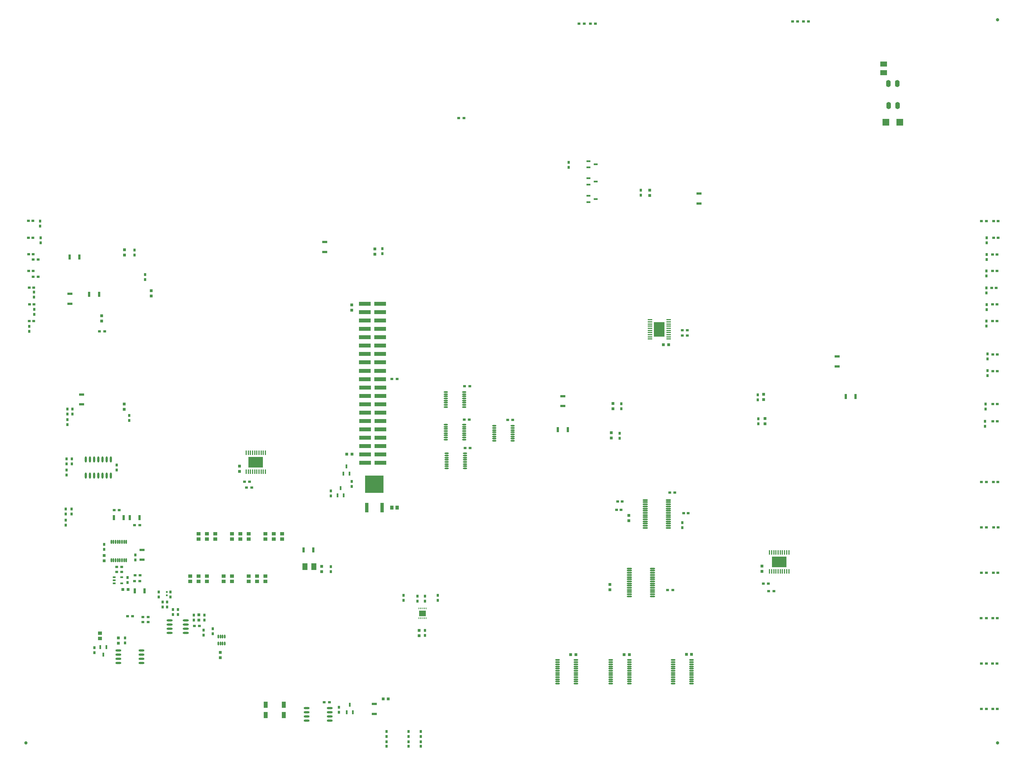
<source format=gtp>
%FSLAX25Y25*%
%MOIN*%
G70*
G01*
G75*
G04 Layer_Color=8421504*
%ADD10R,0.01378X0.05512*%
%ADD11R,0.17716X0.12992*%
%ADD12R,0.07874X0.07087*%
%ADD13O,0.00787X0.02362*%
%ADD14O,0.01772X0.04528*%
%ADD15R,0.03740X0.02362*%
%ADD16R,0.04528X0.02362*%
%ADD17O,0.06299X0.01772*%
%ADD18R,0.05118X0.07480*%
%ADD19O,0.07087X0.02362*%
%ADD20O,0.02362X0.07284*%
%ADD21O,0.07284X0.02362*%
%ADD22R,0.03543X0.02953*%
%ADD23R,0.04331X0.11221*%
%ADD24R,0.22244X0.20866*%
%ADD25R,0.08268X0.08071*%
%ADD26R,0.14488X0.05000*%
%ADD27O,0.05512X0.08465*%
%ADD28R,0.05906X0.07874*%
%ADD29R,0.03543X0.03347*%
%ADD30R,0.05118X0.03937*%
%ADD31O,0.05512X0.01772*%
%ADD32O,0.05118X0.01772*%
%ADD33R,0.03150X0.06496*%
%ADD34R,0.03543X0.03150*%
%ADD35R,0.01969X0.02362*%
%ADD36R,0.03937X0.05118*%
%ADD37R,0.03150X0.03543*%
%ADD38R,0.02362X0.04528*%
%ADD39R,0.03347X0.03543*%
%ADD40R,0.02953X0.03543*%
%ADD41R,0.06496X0.03150*%
%ADD42R,0.07874X0.05906*%
%ADD43R,0.05512X0.01378*%
%ADD44R,0.12992X0.17716*%
%ADD45O,0.01772X0.05118*%
%ADD46C,0.03937*%
%ADD47C,0.01000*%
%ADD48C,0.00787*%
%ADD49C,0.02953*%
%ADD50C,0.03937*%
%ADD51C,0.01969*%
%ADD52C,0.04331*%
%ADD53C,0.02000*%
%ADD54C,0.07874*%
%ADD55C,0.08661*%
%ADD56C,0.06299*%
%ADD57C,0.05906*%
%ADD58C,0.01181*%
%ADD59C,0.11811*%
%ADD60C,0.02756*%
%ADD61C,0.01575*%
%ADD62C,0.05906*%
%ADD63C,0.06299*%
%ADD64C,0.06000*%
%ADD65C,0.11811*%
%ADD66C,0.07874*%
%ADD67R,0.05906X0.05906*%
%ADD68R,0.05906X0.05906*%
%ADD69O,0.04331X0.04724*%
%ADD70P,0.08097X8X292.5*%
%ADD71C,0.07480*%
%ADD72C,0.05512*%
%ADD73R,0.05512X0.09843*%
%ADD74O,0.05512X0.09843*%
%ADD75C,0.08661*%
%ADD76R,0.09843X0.05512*%
%ADD77O,0.09843X0.05512*%
%ADD78C,0.02598*%
%ADD79C,0.03150*%
%ADD80C,0.05000*%
%ADD81R,0.09843X0.14961*%
%ADD82R,0.03347X0.02559*%
%ADD83R,0.06496X0.04921*%
%ADD84R,0.05000X0.14488*%
%ADD85R,0.43307X0.31102*%
%ADD86R,0.04331X0.11417*%
%ADD87R,0.08858X0.09449*%
%ADD88R,0.08858X0.11417*%
%ADD89R,0.06890X0.08268*%
%ADD90R,0.06890X0.07087*%
%ADD91R,0.06890X0.11417*%
%ADD92R,0.14961X0.09843*%
%ADD93R,0.04921X0.06496*%
%ADD94C,0.09843*%
%ADD95C,0.11417*%
%ADD96C,0.04724*%
%ADD97C,0.00984*%
%ADD98C,0.02362*%
%ADD99C,0.00800*%
D10*
X2383484Y1587181D02*
D03*
X2386043D02*
D03*
X2388602D02*
D03*
X2391161D02*
D03*
X2393720D02*
D03*
X2396280D02*
D03*
X2398839D02*
D03*
X2401398D02*
D03*
X2403957D02*
D03*
X2406516D02*
D03*
X2383484Y1609819D02*
D03*
X2386043D02*
D03*
X2388602D02*
D03*
X2391161D02*
D03*
X2393720D02*
D03*
X2396280D02*
D03*
X2398839D02*
D03*
X2401398D02*
D03*
X2403957D02*
D03*
X2406516D02*
D03*
X1756984Y1706681D02*
D03*
X1759543D02*
D03*
X1762102D02*
D03*
X1764661D02*
D03*
X1767220D02*
D03*
X1769780D02*
D03*
X1772339D02*
D03*
X1774898D02*
D03*
X1777457D02*
D03*
X1780016D02*
D03*
X1756984Y1729319D02*
D03*
X1759543D02*
D03*
X1762102D02*
D03*
X1764661D02*
D03*
X1767220D02*
D03*
X1769780D02*
D03*
X1772339D02*
D03*
X1774898D02*
D03*
X1777457D02*
D03*
X1780016D02*
D03*
D11*
X2395000Y1598500D02*
D03*
X1768500Y1718000D02*
D03*
D12*
X1968000Y1537000D02*
D03*
D13*
X1972724Y1531094D02*
D03*
X1971150D02*
D03*
X1969575D02*
D03*
X1968000D02*
D03*
X1966425D02*
D03*
X1964850D02*
D03*
X1963276D02*
D03*
Y1542906D02*
D03*
X1964850D02*
D03*
X1966425D02*
D03*
X1968000D02*
D03*
X1969575D02*
D03*
X1971150D02*
D03*
X1972724D02*
D03*
D14*
X1723661Y1500768D02*
D03*
X1726221D02*
D03*
X1728779D02*
D03*
X1731339D02*
D03*
X1723661Y1509232D02*
D03*
X1726221D02*
D03*
X1728779D02*
D03*
X1731339D02*
D03*
D15*
X1608126Y1580240D02*
D03*
Y1572760D02*
D03*
X1598874D02*
D03*
Y1576500D02*
D03*
Y1580240D02*
D03*
D16*
X2166571Y2057740D02*
D03*
Y2050260D02*
D03*
X2175429Y2054000D02*
D03*
Y2074500D02*
D03*
X2166571Y2070760D02*
D03*
Y2078240D02*
D03*
Y2036740D02*
D03*
Y2029260D02*
D03*
X2175429Y2033000D02*
D03*
D17*
X2215721Y1590634D02*
D03*
Y1588075D02*
D03*
Y1585516D02*
D03*
Y1582957D02*
D03*
Y1580398D02*
D03*
Y1577839D02*
D03*
Y1575280D02*
D03*
Y1572721D02*
D03*
Y1570161D02*
D03*
Y1567602D02*
D03*
Y1565043D02*
D03*
Y1562484D02*
D03*
Y1559925D02*
D03*
Y1557366D02*
D03*
X2243279Y1590634D02*
D03*
Y1588075D02*
D03*
Y1585516D02*
D03*
Y1582957D02*
D03*
Y1580398D02*
D03*
Y1577839D02*
D03*
Y1575280D02*
D03*
Y1572721D02*
D03*
Y1570161D02*
D03*
Y1567602D02*
D03*
Y1565043D02*
D03*
Y1562484D02*
D03*
Y1559925D02*
D03*
Y1557366D02*
D03*
X2234720Y1672634D02*
D03*
Y1670075D02*
D03*
Y1667516D02*
D03*
Y1664957D02*
D03*
Y1662398D02*
D03*
Y1659839D02*
D03*
Y1657280D02*
D03*
Y1654720D02*
D03*
Y1652161D02*
D03*
Y1649602D02*
D03*
Y1647043D02*
D03*
Y1644484D02*
D03*
Y1641925D02*
D03*
Y1639366D02*
D03*
X2262280Y1672634D02*
D03*
Y1670075D02*
D03*
Y1667516D02*
D03*
Y1664957D02*
D03*
Y1662398D02*
D03*
Y1659839D02*
D03*
Y1657280D02*
D03*
Y1654720D02*
D03*
Y1652161D02*
D03*
Y1649602D02*
D03*
Y1647043D02*
D03*
Y1644484D02*
D03*
Y1641925D02*
D03*
Y1639366D02*
D03*
D18*
X1802110Y1427528D02*
D03*
X1780260Y1427626D02*
D03*
Y1415126D02*
D03*
X1802110D02*
D03*
D19*
X1603866Y1492500D02*
D03*
Y1487500D02*
D03*
Y1482500D02*
D03*
Y1477500D02*
D03*
X1631622Y1492500D02*
D03*
Y1487500D02*
D03*
Y1482500D02*
D03*
Y1477500D02*
D03*
X1829366Y1423500D02*
D03*
Y1418500D02*
D03*
Y1413500D02*
D03*
Y1408500D02*
D03*
X1857122Y1423500D02*
D03*
Y1418500D02*
D03*
Y1413500D02*
D03*
Y1408500D02*
D03*
D20*
X1565000Y1701854D02*
D03*
X1570000D02*
D03*
X1575000D02*
D03*
X1580000D02*
D03*
X1585000D02*
D03*
X1590000D02*
D03*
X1595000D02*
D03*
X1565000Y1721146D02*
D03*
X1570000D02*
D03*
X1575000D02*
D03*
X1580000D02*
D03*
X1585000D02*
D03*
X1590000D02*
D03*
X1595000D02*
D03*
D21*
X1665354Y1528500D02*
D03*
Y1523500D02*
D03*
Y1518500D02*
D03*
Y1513500D02*
D03*
X1684646Y1528500D02*
D03*
Y1523500D02*
D03*
Y1518500D02*
D03*
Y1513500D02*
D03*
D22*
X2655709Y1966681D02*
D03*
X2650394D02*
D03*
X2207158Y1671000D02*
D03*
X2201842D02*
D03*
X2280843Y1657000D02*
D03*
X2286157D02*
D03*
X2205658Y1661000D02*
D03*
X2200343D02*
D03*
X1497342Y1887000D02*
D03*
X1502658D02*
D03*
X1497843Y1907000D02*
D03*
X1503158D02*
D03*
X1497342Y1927000D02*
D03*
X1502658D02*
D03*
X1496842Y1947000D02*
D03*
X1502157D02*
D03*
X2656157Y1847000D02*
D03*
X2650842D02*
D03*
X2656157Y1827000D02*
D03*
X2650842D02*
D03*
X2656157Y1787500D02*
D03*
X2650842D02*
D03*
X1496342Y2007000D02*
D03*
X1501657D02*
D03*
X1496500Y1986500D02*
D03*
X1501815D02*
D03*
X1496842Y1967000D02*
D03*
X1502157D02*
D03*
X2656157Y1422500D02*
D03*
X2650842D02*
D03*
X2655658Y1477000D02*
D03*
X2650343D02*
D03*
X2656051Y1531181D02*
D03*
X2650736D02*
D03*
X2656657Y1585500D02*
D03*
X2651343D02*
D03*
X2655658Y1887000D02*
D03*
X2650343D02*
D03*
X2655658Y1907000D02*
D03*
X2650343D02*
D03*
X2654658Y1926500D02*
D03*
X2649343D02*
D03*
X2655658Y1947000D02*
D03*
X2650343D02*
D03*
X2656157Y1767000D02*
D03*
X2650842D02*
D03*
X2657158Y2006500D02*
D03*
X2651842D02*
D03*
X2657158Y1986500D02*
D03*
X2651842D02*
D03*
X2656764Y1694319D02*
D03*
X2651449D02*
D03*
X2657158Y1640000D02*
D03*
X2651842D02*
D03*
D23*
X1901484Y1663465D02*
D03*
X1919516D02*
D03*
D24*
X1910500Y1691417D02*
D03*
D25*
X2539465Y2125000D02*
D03*
X2522732D02*
D03*
D26*
X1917606Y1807362D02*
D03*
Y1797362D02*
D03*
Y1787362D02*
D03*
Y1777362D02*
D03*
Y1767362D02*
D03*
Y1757362D02*
D03*
Y1747362D02*
D03*
Y1737362D02*
D03*
X1899201Y1737362D02*
D03*
Y1747362D02*
D03*
Y1757362D02*
D03*
Y1767362D02*
D03*
Y1777362D02*
D03*
Y1787362D02*
D03*
Y1797362D02*
D03*
Y1807362D02*
D03*
Y1727283D02*
D03*
Y1717283D02*
D03*
X1917606Y1717283D02*
D03*
Y1727283D02*
D03*
X1917409Y1827382D02*
D03*
Y1817382D02*
D03*
X1899004Y1817382D02*
D03*
Y1827382D02*
D03*
Y1907461D02*
D03*
Y1897461D02*
D03*
Y1887461D02*
D03*
Y1877461D02*
D03*
Y1867461D02*
D03*
Y1857461D02*
D03*
Y1847461D02*
D03*
Y1837461D02*
D03*
X1917409Y1837461D02*
D03*
Y1847461D02*
D03*
Y1857461D02*
D03*
Y1867461D02*
D03*
Y1877461D02*
D03*
Y1887461D02*
D03*
Y1897461D02*
D03*
Y1907461D02*
D03*
D27*
X2525921Y2144925D02*
D03*
X2536669Y2144886D02*
D03*
X2525567Y2171106D02*
D03*
X2536472Y2171106D02*
D03*
D28*
X1827283Y1593000D02*
D03*
X1837913D02*
D03*
D29*
X1883650Y1727500D02*
D03*
X1877350D02*
D03*
X2262650Y1858500D02*
D03*
X2256350D02*
D03*
X1920850Y1434500D02*
D03*
X1927150D02*
D03*
X2151650Y1487500D02*
D03*
X2145350D02*
D03*
X2215650D02*
D03*
X2209350D02*
D03*
X2290150Y1488000D02*
D03*
X2283850D02*
D03*
X1609350Y1565500D02*
D03*
X1615650D02*
D03*
D30*
X1582000Y1506850D02*
D03*
Y1513150D02*
D03*
X1780000Y1625850D02*
D03*
Y1632150D02*
D03*
Y1575350D02*
D03*
Y1581650D02*
D03*
X1800000Y1625850D02*
D03*
Y1632150D02*
D03*
X1770000Y1575350D02*
D03*
Y1581650D02*
D03*
X1790000Y1625850D02*
D03*
Y1632150D02*
D03*
X1760000Y1575350D02*
D03*
Y1581650D02*
D03*
Y1625850D02*
D03*
Y1632150D02*
D03*
X1740000Y1575350D02*
D03*
Y1581650D02*
D03*
X1750000Y1625850D02*
D03*
Y1632150D02*
D03*
X1730000Y1575350D02*
D03*
Y1581650D02*
D03*
X1740000Y1625850D02*
D03*
Y1632150D02*
D03*
X1710000Y1575350D02*
D03*
Y1581650D02*
D03*
X1720000Y1625850D02*
D03*
Y1632150D02*
D03*
X1700000Y1575350D02*
D03*
Y1581650D02*
D03*
X1710000Y1625850D02*
D03*
Y1632150D02*
D03*
X1690000Y1575350D02*
D03*
Y1581650D02*
D03*
X1700000Y1625850D02*
D03*
Y1632150D02*
D03*
D31*
X2193476Y1481075D02*
D03*
Y1478516D02*
D03*
Y1475957D02*
D03*
Y1473398D02*
D03*
Y1470839D02*
D03*
Y1468279D02*
D03*
Y1465720D02*
D03*
Y1463161D02*
D03*
Y1460602D02*
D03*
Y1458043D02*
D03*
Y1455484D02*
D03*
Y1452925D02*
D03*
X2215524Y1481075D02*
D03*
Y1478516D02*
D03*
Y1475957D02*
D03*
Y1473398D02*
D03*
Y1470839D02*
D03*
Y1468279D02*
D03*
Y1465720D02*
D03*
Y1463161D02*
D03*
Y1460602D02*
D03*
Y1458043D02*
D03*
Y1455484D02*
D03*
Y1452925D02*
D03*
X2129669Y1481075D02*
D03*
Y1478516D02*
D03*
Y1475957D02*
D03*
Y1473398D02*
D03*
Y1470839D02*
D03*
Y1468279D02*
D03*
Y1465720D02*
D03*
Y1463161D02*
D03*
Y1460602D02*
D03*
Y1458043D02*
D03*
Y1455484D02*
D03*
Y1452925D02*
D03*
X2151716Y1481075D02*
D03*
Y1478516D02*
D03*
Y1475957D02*
D03*
Y1473398D02*
D03*
Y1470839D02*
D03*
Y1468279D02*
D03*
Y1465720D02*
D03*
Y1463161D02*
D03*
Y1460602D02*
D03*
Y1458043D02*
D03*
Y1455484D02*
D03*
Y1452925D02*
D03*
X2267976Y1481075D02*
D03*
Y1478516D02*
D03*
Y1475957D02*
D03*
Y1473398D02*
D03*
Y1470839D02*
D03*
Y1468279D02*
D03*
Y1465720D02*
D03*
Y1463161D02*
D03*
Y1460602D02*
D03*
Y1458043D02*
D03*
Y1455484D02*
D03*
Y1452925D02*
D03*
X2290024Y1481075D02*
D03*
Y1478516D02*
D03*
Y1475957D02*
D03*
Y1473398D02*
D03*
Y1470839D02*
D03*
Y1468279D02*
D03*
Y1465720D02*
D03*
Y1463161D02*
D03*
Y1460602D02*
D03*
Y1458043D02*
D03*
Y1455484D02*
D03*
Y1452925D02*
D03*
D32*
X2019024Y1710543D02*
D03*
Y1713102D02*
D03*
Y1715661D02*
D03*
Y1718221D02*
D03*
Y1720779D02*
D03*
Y1723339D02*
D03*
Y1725898D02*
D03*
Y1728457D02*
D03*
X1996976Y1710543D02*
D03*
Y1713102D02*
D03*
Y1715661D02*
D03*
Y1718221D02*
D03*
Y1720779D02*
D03*
Y1723339D02*
D03*
Y1725898D02*
D03*
Y1728457D02*
D03*
X2018024Y1784043D02*
D03*
Y1786602D02*
D03*
Y1789161D02*
D03*
Y1791721D02*
D03*
Y1794279D02*
D03*
Y1796839D02*
D03*
Y1799398D02*
D03*
Y1801957D02*
D03*
X1995976Y1784043D02*
D03*
Y1786602D02*
D03*
Y1789161D02*
D03*
Y1791721D02*
D03*
Y1794279D02*
D03*
Y1796839D02*
D03*
Y1799398D02*
D03*
Y1801957D02*
D03*
X2018024Y1745043D02*
D03*
Y1747602D02*
D03*
Y1750161D02*
D03*
Y1752720D02*
D03*
Y1755280D02*
D03*
Y1757839D02*
D03*
Y1760398D02*
D03*
Y1762957D02*
D03*
X1995976Y1745043D02*
D03*
Y1747602D02*
D03*
Y1750161D02*
D03*
Y1752720D02*
D03*
Y1755280D02*
D03*
Y1757839D02*
D03*
Y1760398D02*
D03*
Y1762957D02*
D03*
X2076024Y1743543D02*
D03*
Y1746102D02*
D03*
Y1748661D02*
D03*
Y1751221D02*
D03*
Y1753779D02*
D03*
Y1756339D02*
D03*
Y1758898D02*
D03*
Y1761457D02*
D03*
X2053976Y1743543D02*
D03*
Y1746102D02*
D03*
Y1748661D02*
D03*
Y1751221D02*
D03*
Y1753779D02*
D03*
Y1756339D02*
D03*
Y1758898D02*
D03*
Y1761457D02*
D03*
D33*
X2474594Y1796500D02*
D03*
X2486406D02*
D03*
X1635406Y1564000D02*
D03*
X1623594D02*
D03*
X1598594Y1651500D02*
D03*
X1610406D02*
D03*
X1629406D02*
D03*
X1617595D02*
D03*
X1837406Y1613000D02*
D03*
X1825595D02*
D03*
X1580906Y1919000D02*
D03*
X1569094D02*
D03*
X1557405Y1963500D02*
D03*
X1545595D02*
D03*
X2141906Y1757000D02*
D03*
X2130095D02*
D03*
D34*
X1614949Y1533500D02*
D03*
X1621051D02*
D03*
X1623449Y1642500D02*
D03*
X1629551D02*
D03*
X1605051Y1660500D02*
D03*
X1598949D02*
D03*
X1639551Y1526500D02*
D03*
X1633449D02*
D03*
X1701051Y1522000D02*
D03*
X1694949D02*
D03*
X1633449Y1532500D02*
D03*
X1639551D02*
D03*
X1856551Y1430500D02*
D03*
X1850449D02*
D03*
X2018449Y1809000D02*
D03*
X2024551D02*
D03*
X1623949Y1582500D02*
D03*
X1630051D02*
D03*
X1623449Y1575500D02*
D03*
X1629551D02*
D03*
X2076051Y1768500D02*
D03*
X2069949D02*
D03*
X1608051Y1592500D02*
D03*
X1601949D02*
D03*
X1608051Y1586500D02*
D03*
X1601949D02*
D03*
X2017949Y1769000D02*
D03*
X2024051D02*
D03*
X2018949Y1735000D02*
D03*
X2025051D02*
D03*
X1761051Y1694500D02*
D03*
X1754949D02*
D03*
X1763551Y1687500D02*
D03*
X1757449D02*
D03*
X2017551Y2130000D02*
D03*
X2011449D02*
D03*
X2278949Y1869500D02*
D03*
X2285051D02*
D03*
X2278949Y1876000D02*
D03*
X2285051D02*
D03*
X2270051Y1681500D02*
D03*
X2263949D02*
D03*
X2261449Y1565000D02*
D03*
X2267551D02*
D03*
X2382051Y1572500D02*
D03*
X2375949D02*
D03*
X2388551Y1563500D02*
D03*
X2382449D02*
D03*
X1508051Y1940000D02*
D03*
X1501949D02*
D03*
X1581449Y1874500D02*
D03*
X1587551D02*
D03*
X1501949Y1960500D02*
D03*
X1508051D02*
D03*
X2636949Y1422500D02*
D03*
X2643051D02*
D03*
X2636949Y1477000D02*
D03*
X2643051D02*
D03*
X2636843Y1531181D02*
D03*
X2642945D02*
D03*
X2636949Y1585500D02*
D03*
X2643051D02*
D03*
X2643158Y1694319D02*
D03*
X2637055D02*
D03*
X2643051Y1640000D02*
D03*
X2636949D02*
D03*
X2643051Y2006500D02*
D03*
X2636949D02*
D03*
X1931449Y1817500D02*
D03*
X1937551D02*
D03*
X2161551Y2243000D02*
D03*
X2155449D02*
D03*
X2168949D02*
D03*
X2175051D02*
D03*
X2417051Y2245500D02*
D03*
X2410949D02*
D03*
X2423949D02*
D03*
X2430051D02*
D03*
D35*
X1662000Y1562469D02*
D03*
Y1558531D02*
D03*
D36*
X1937650Y1663500D02*
D03*
X1931350D02*
D03*
D37*
X2143000Y2077051D02*
D03*
Y2070949D02*
D03*
X1883500Y1695051D02*
D03*
Y1688949D02*
D03*
X1858500Y1683551D02*
D03*
Y1677449D02*
D03*
X1624500Y1600949D02*
D03*
Y1607051D02*
D03*
X1706000Y1510949D02*
D03*
Y1517051D02*
D03*
X1652500Y1556449D02*
D03*
Y1562551D02*
D03*
X1662500Y1544449D02*
D03*
Y1550551D02*
D03*
X1666500Y1562551D02*
D03*
Y1556449D02*
D03*
X1694500Y1535051D02*
D03*
Y1528949D02*
D03*
X1858500Y1593051D02*
D03*
Y1586949D02*
D03*
X1612000Y1501449D02*
D03*
Y1507551D02*
D03*
X1707000Y1528949D02*
D03*
Y1535051D02*
D03*
X1675500Y1535449D02*
D03*
Y1541551D02*
D03*
X1602000Y1714551D02*
D03*
Y1708449D02*
D03*
X1549000Y1775449D02*
D03*
Y1781551D02*
D03*
X1717000Y1512449D02*
D03*
Y1518551D02*
D03*
X1548500Y1715949D02*
D03*
Y1722051D02*
D03*
X1548000Y1655949D02*
D03*
Y1662051D02*
D03*
X1587000Y1613449D02*
D03*
Y1619551D02*
D03*
X1615000Y1580051D02*
D03*
Y1573949D02*
D03*
X1986500Y1558551D02*
D03*
Y1552449D02*
D03*
X1945500Y1558551D02*
D03*
Y1552449D02*
D03*
X1971000Y1557551D02*
D03*
Y1551449D02*
D03*
X1962000Y1557551D02*
D03*
Y1551449D02*
D03*
X1971000Y1516551D02*
D03*
Y1510449D02*
D03*
X2279000Y1645551D02*
D03*
Y1639449D02*
D03*
X1669500Y1535449D02*
D03*
Y1541551D02*
D03*
X1657000Y1544449D02*
D03*
Y1550551D02*
D03*
X1966000Y1389449D02*
D03*
Y1395551D02*
D03*
X1951500Y1389449D02*
D03*
Y1395551D02*
D03*
X1868000Y1418449D02*
D03*
Y1424551D02*
D03*
X1617000Y1774051D02*
D03*
Y1767949D02*
D03*
X2206000Y1788051D02*
D03*
Y1781949D02*
D03*
X1636000Y1936449D02*
D03*
Y1942551D02*
D03*
X2369500Y1792449D02*
D03*
Y1798551D02*
D03*
X1497500Y1874449D02*
D03*
Y1880551D02*
D03*
X1503500Y1894949D02*
D03*
Y1901051D02*
D03*
X1503000Y1915449D02*
D03*
Y1921551D02*
D03*
X1920000Y1967449D02*
D03*
Y1973551D02*
D03*
X2644500Y1847551D02*
D03*
Y1841449D02*
D03*
Y1827551D02*
D03*
Y1821449D02*
D03*
X2642000Y1787551D02*
D03*
Y1781449D02*
D03*
X1510500Y2006551D02*
D03*
Y2000449D02*
D03*
X1511000Y1986551D02*
D03*
Y1980449D02*
D03*
X1575500Y1489949D02*
D03*
Y1496051D02*
D03*
X1623500Y1972051D02*
D03*
Y1965949D02*
D03*
X2229500Y2037449D02*
D03*
Y2043551D02*
D03*
X2204000Y1752551D02*
D03*
Y1746449D02*
D03*
X2370000Y1763949D02*
D03*
Y1770051D02*
D03*
X2643000Y1880949D02*
D03*
Y1887051D02*
D03*
X2643500Y1900449D02*
D03*
Y1906551D02*
D03*
X2643000Y1920449D02*
D03*
Y1926551D02*
D03*
Y1940949D02*
D03*
Y1947051D02*
D03*
X1543000Y1762949D02*
D03*
Y1769051D02*
D03*
Y1781551D02*
D03*
Y1775449D02*
D03*
X2641500Y1767051D02*
D03*
Y1760949D02*
D03*
X1925000Y1389449D02*
D03*
Y1395551D02*
D03*
X2643500Y1986551D02*
D03*
Y1980449D02*
D03*
Y1966551D02*
D03*
Y1960449D02*
D03*
X1542000Y1702449D02*
D03*
Y1708551D02*
D03*
Y1722051D02*
D03*
Y1715949D02*
D03*
X1541000Y1642449D02*
D03*
Y1648551D02*
D03*
Y1662051D02*
D03*
Y1655949D02*
D03*
D38*
X1870000Y1686929D02*
D03*
X1873740Y1678071D02*
D03*
X1866260D02*
D03*
X1877000Y1712929D02*
D03*
X1880740Y1704071D02*
D03*
X1873260D02*
D03*
X1877260Y1418571D02*
D03*
X1884740D02*
D03*
X1881000Y1427429D02*
D03*
X1589740Y1496429D02*
D03*
X1582260D02*
D03*
X1586000Y1487571D02*
D03*
D39*
X1749000Y1706850D02*
D03*
Y1713150D02*
D03*
X2215000Y1654150D02*
D03*
Y1647850D02*
D03*
X2192500Y1571650D02*
D03*
Y1565350D02*
D03*
X2374500Y1587350D02*
D03*
Y1593650D02*
D03*
X1847500Y1593150D02*
D03*
Y1586850D02*
D03*
X1611000Y1787650D02*
D03*
Y1781350D02*
D03*
X2196000Y1788150D02*
D03*
Y1781850D02*
D03*
X1643500Y1923150D02*
D03*
Y1916850D02*
D03*
X2376500Y1792850D02*
D03*
Y1799150D02*
D03*
X1604000Y1501350D02*
D03*
Y1507650D02*
D03*
X1584000Y1893150D02*
D03*
Y1886850D02*
D03*
X1911000Y1973150D02*
D03*
Y1966850D02*
D03*
X1611500Y1972150D02*
D03*
Y1965850D02*
D03*
X2240000Y2037350D02*
D03*
Y2043650D02*
D03*
X1700500Y1528850D02*
D03*
Y1535150D02*
D03*
X2194000Y1753150D02*
D03*
Y1746850D02*
D03*
X2378000Y1763850D02*
D03*
Y1770150D02*
D03*
X1883500Y1899850D02*
D03*
Y1906150D02*
D03*
X1726000Y1490150D02*
D03*
Y1483850D02*
D03*
X1587000Y1606150D02*
D03*
Y1599850D02*
D03*
X1964000Y1516650D02*
D03*
Y1510350D02*
D03*
D40*
X1966000Y1377843D02*
D03*
Y1383158D02*
D03*
X1951500Y1377843D02*
D03*
Y1383158D02*
D03*
X1925000Y1377843D02*
D03*
Y1383158D02*
D03*
D41*
X1910500Y1428405D02*
D03*
Y1416595D02*
D03*
X1632500Y1612906D02*
D03*
Y1601094D02*
D03*
X1560000Y1787094D02*
D03*
Y1798906D02*
D03*
X2136000Y1785094D02*
D03*
Y1796906D02*
D03*
X2464500Y1832594D02*
D03*
Y1844406D02*
D03*
X1546000Y1907594D02*
D03*
Y1919406D02*
D03*
X1851000Y1969595D02*
D03*
Y1981405D02*
D03*
X2299000Y2039405D02*
D03*
Y2027595D02*
D03*
D42*
X2520000Y2194716D02*
D03*
Y2184087D02*
D03*
D43*
X2262819Y1865484D02*
D03*
Y1868043D02*
D03*
Y1870602D02*
D03*
Y1873161D02*
D03*
Y1875720D02*
D03*
Y1878279D02*
D03*
Y1880839D02*
D03*
Y1883398D02*
D03*
Y1885957D02*
D03*
Y1888516D02*
D03*
X2240181Y1865484D02*
D03*
Y1868043D02*
D03*
Y1870602D02*
D03*
Y1873161D02*
D03*
Y1875720D02*
D03*
Y1878279D02*
D03*
Y1880839D02*
D03*
Y1883398D02*
D03*
Y1885957D02*
D03*
Y1888516D02*
D03*
D44*
X2251500Y1877000D02*
D03*
D45*
X1613457Y1622524D02*
D03*
X1610898D02*
D03*
X1608339D02*
D03*
X1605779D02*
D03*
X1603221D02*
D03*
X1600661D02*
D03*
X1598102D02*
D03*
X1595543D02*
D03*
X1613457Y1600476D02*
D03*
X1610898D02*
D03*
X1608339D02*
D03*
X1605779D02*
D03*
X1603221D02*
D03*
X1600661D02*
D03*
X1598102D02*
D03*
X1595543D02*
D03*
D46*
X1493500Y1382000D02*
D03*
X2656500D02*
D03*
Y2247500D02*
D03*
M02*

</source>
